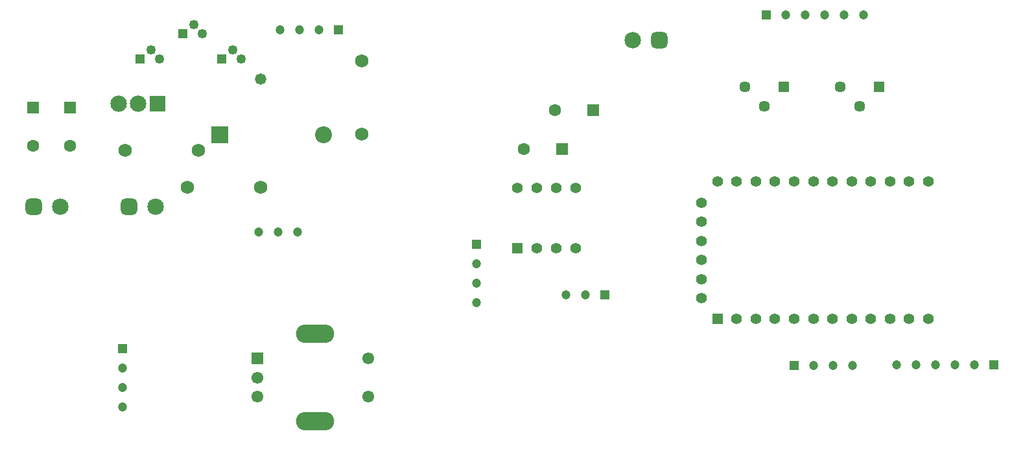
<source format=gbs>
G04*
G04 #@! TF.GenerationSoftware,Altium Limited,Altium Designer,24.4.1 (13)*
G04*
G04 Layer_Color=16711935*
%FSLAX44Y44*%
%MOMM*%
G71*
G04*
G04 #@! TF.SameCoordinates,D16DE8F3-FD65-4EAC-9AAE-F1089B62832C*
G04*
G04*
G04 #@! TF.FilePolarity,Negative*
G04*
G01*
G75*
%ADD14C,1.2000*%
%ADD15R,1.2000X1.2000*%
%ADD16R,1.2000X1.2000*%
%ADD23C,1.5500*%
%ADD26C,2.1500*%
%ADD27R,2.1500X2.1500*%
%ADD32R,1.5500X1.5500*%
G04:AMPARAMS|DCode=33|XSize=2.4mm|YSize=5mm|CornerRadius=1.2mm|HoleSize=0mm|Usage=FLASHONLY|Rotation=270.000|XOffset=0mm|YOffset=0mm|HoleType=Round|Shape=RoundedRectangle|*
%AMROUNDEDRECTD33*
21,1,2.4000,2.6000,0,0,270.0*
21,1,0.0000,5.0000,0,0,270.0*
1,1,2.4000,-1.3000,0.0000*
1,1,2.4000,-1.3000,0.0000*
1,1,2.4000,1.3000,0.0000*
1,1,2.4000,1.3000,0.0000*
%
%ADD33ROUNDEDRECTD33*%
%ADD40C,1.4032*%
%ADD41R,1.4032X1.4032*%
%ADD42C,2.1532*%
G04:AMPARAMS|DCode=43|XSize=2.1532mm|YSize=2.1532mm|CornerRadius=0.5891mm|HoleSize=0mm|Usage=FLASHONLY|Rotation=180.000|XOffset=0mm|YOffset=0mm|HoleType=Round|Shape=RoundedRectangle|*
%AMROUNDEDRECTD43*
21,1,2.1532,0.9750,0,0,180.0*
21,1,0.9750,2.1532,0,0,180.0*
1,1,1.1782,-0.4875,0.4875*
1,1,1.1782,0.4875,0.4875*
1,1,1.1782,0.4875,-0.4875*
1,1,1.1782,-0.4875,-0.4875*
%
%ADD43ROUNDEDRECTD43*%
%ADD44C,1.4532*%
%ADD45R,1.4532X1.4532*%
%ADD46R,1.6032X1.6032*%
%ADD47C,1.6032*%
%ADD48C,1.7532*%
%ADD49R,1.2532X1.2532*%
%ADD50C,1.2532*%
%ADD51R,1.6032X1.6032*%
%ADD52C,2.2032*%
%ADD53R,2.2032X2.2032*%
%ADD54C,1.4732*%
D14*
X1567180Y1214120D02*
D03*
X1541780D02*
D03*
X1465580D02*
D03*
X1490980D02*
D03*
X1516380D02*
D03*
X1061720Y838200D02*
D03*
Y863600D02*
D03*
Y889000D02*
D03*
X1203960Y848360D02*
D03*
X1178560D02*
D03*
X1552908Y756510D02*
D03*
X1527508D02*
D03*
X1502108D02*
D03*
X1610360Y756920D02*
D03*
X1635760D02*
D03*
X1711960D02*
D03*
X1686560D02*
D03*
X1661160D02*
D03*
X805180Y1195070D02*
D03*
X830580D02*
D03*
X855980D02*
D03*
X777240Y930910D02*
D03*
X802640D02*
D03*
X828040D02*
D03*
X599440Y702310D02*
D03*
Y727710D02*
D03*
Y753110D02*
D03*
D15*
X1061720Y914400D02*
D03*
X599440Y778510D02*
D03*
D16*
X1440180Y1214120D02*
D03*
X1229360Y848360D02*
D03*
X1476708Y756510D02*
D03*
X1737360Y756920D02*
D03*
X881380Y1195070D02*
D03*
D23*
X920440Y715410D02*
D03*
Y765410D02*
D03*
X775440Y715410D02*
D03*
Y740410D02*
D03*
D26*
X594360Y1098550D02*
D03*
X619760D02*
D03*
D27*
X645160D02*
D03*
D32*
X775440Y765410D02*
D03*
D33*
X850440Y683410D02*
D03*
Y797410D02*
D03*
D40*
X1354922Y969042D02*
D03*
Y944042D02*
D03*
Y919042D02*
D03*
Y894042D02*
D03*
Y869042D02*
D03*
Y844042D02*
D03*
X1651426Y996864D02*
D03*
X1626426D02*
D03*
X1601426D02*
D03*
X1576426D02*
D03*
X1551426D02*
D03*
X1526426D02*
D03*
X1501426D02*
D03*
X1476426D02*
D03*
X1451426D02*
D03*
X1426426D02*
D03*
X1401426D02*
D03*
X1376426D02*
D03*
X1651426Y816864D02*
D03*
X1626426D02*
D03*
X1601426D02*
D03*
X1576426D02*
D03*
X1551426D02*
D03*
X1526426D02*
D03*
X1501426D02*
D03*
X1476426D02*
D03*
X1451426D02*
D03*
X1426426D02*
D03*
X1401426D02*
D03*
X1191260Y988020D02*
D03*
X1165860D02*
D03*
X1140460D02*
D03*
X1115060D02*
D03*
X1191260Y909320D02*
D03*
X1165860D02*
D03*
X1140460D02*
D03*
D41*
X1376426Y816864D02*
D03*
X1115060Y909320D02*
D03*
D42*
X1265200Y1181560D02*
D03*
X517880Y963470D02*
D03*
X642340D02*
D03*
D43*
X1300200Y1181560D02*
D03*
X482880Y963470D02*
D03*
X607340D02*
D03*
D44*
X1412240Y1119790D02*
D03*
X1437640Y1094390D02*
D03*
X1536700Y1119790D02*
D03*
X1562100Y1094390D02*
D03*
D45*
X1463040Y1119790D02*
D03*
X1587500D02*
D03*
D46*
X1213720Y1089660D02*
D03*
X1173080Y1038860D02*
D03*
D47*
X1163720Y1089660D02*
D03*
X1123080Y1038860D02*
D03*
X530860Y1043070D02*
D03*
X482600D02*
D03*
D48*
X697940Y1037590D02*
D03*
X602540D02*
D03*
X683820Y989330D02*
D03*
X779220D02*
D03*
X911860Y1058470D02*
D03*
Y1153870D02*
D03*
D49*
X728980Y1156970D02*
D03*
X678180Y1189990D02*
D03*
X622300Y1156970D02*
D03*
D50*
X742950Y1168400D02*
D03*
X754380Y1156970D02*
D03*
X692150Y1201420D02*
D03*
X703580Y1189990D02*
D03*
X636270Y1168400D02*
D03*
X647700Y1156970D02*
D03*
D51*
X530860Y1093070D02*
D03*
X482600D02*
D03*
D52*
X861440Y1057910D02*
D03*
D53*
X726440D02*
D03*
D54*
X779526Y1130554D02*
D03*
M02*

</source>
